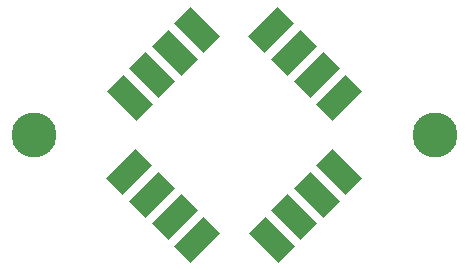
<source format=gbr>
%TF.GenerationSoftware,KiCad,Pcbnew,(6.0.4-0)*%
%TF.CreationDate,2022-06-29T22:03:18+02:00*%
%TF.ProjectId,GlowTower_LED_connector_PCB,476c6f77-546f-4776-9572-5f4c45445f63,rev?*%
%TF.SameCoordinates,Original*%
%TF.FileFunction,Soldermask,Bot*%
%TF.FilePolarity,Negative*%
%FSLAX46Y46*%
G04 Gerber Fmt 4.6, Leading zero omitted, Abs format (unit mm)*
G04 Created by KiCad (PCBNEW (6.0.4-0)) date 2022-06-29 22:03:18*
%MOMM*%
%LPD*%
G01*
G04 APERTURE LIST*
G04 Aperture macros list*
%AMRotRect*
0 Rectangle, with rotation*
0 The origin of the aperture is its center*
0 $1 length*
0 $2 width*
0 $3 Rotation angle, in degrees counterclockwise*
0 Add horizontal line*
21,1,$1,$2,0,0,$3*%
G04 Aperture macros list end*
%ADD10C,3.800000*%
%ADD11RotRect,2.000000X3.500000X225.000000*%
%ADD12RotRect,2.000000X3.500000X315.000000*%
%ADD13RotRect,2.000000X3.500000X45.000000*%
%ADD14RotRect,2.000000X3.500000X135.000000*%
G04 APERTURE END LIST*
D10*
%TO.C,U5*%
X118609970Y-72190350D03*
%TD*%
%TO.C,U6*%
X84609970Y-72190350D03*
%TD*%
D11*
%TO.C,U4*%
X110490880Y-75326225D03*
X108582211Y-77234895D03*
X106673542Y-79143564D03*
X104764871Y-81052235D03*
%TD*%
D12*
%TO.C,U1*%
X110476010Y-69026009D03*
X108567339Y-67117338D03*
X106658670Y-65208669D03*
X104750000Y-63300000D03*
%TD*%
D13*
%TO.C,U3*%
X92732662Y-69017339D03*
X94641331Y-67108669D03*
X96550000Y-65200000D03*
X98458671Y-63291329D03*
%TD*%
D14*
%TO.C,U2*%
X92727765Y-75324871D03*
X94636436Y-77233542D03*
X96545105Y-79142211D03*
X98453775Y-81050880D03*
%TD*%
M02*

</source>
